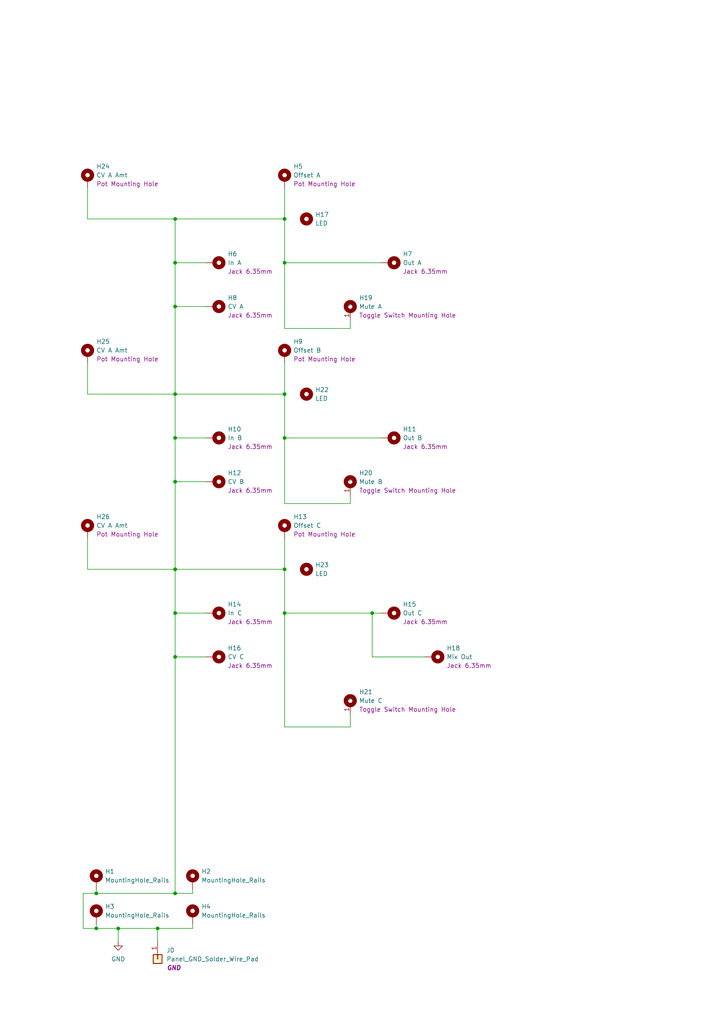
<source format=kicad_sch>
(kicad_sch (version 20250114) (generator "eeschema") (generator_version "9.0")
  (paper "A4" portrait)
  (title_block (title "Kosmo Format Front Panel - 5 cm") (company "DMH Instruments"))
  (lib_symbols
    (symbol "Mechanical:MountingHole" (pin_names (offset 1.016)) (exclude_from_sim yes) (in_bom no)
      (property "Reference" "H" (at 0 5.08 0))
      (property "Value" "MountingHole" (at 0 3.175 0))
      (symbol "MountingHole_0_1"
        (circle (center 0 0) (radius 1.27) (stroke (width 1.27)))
      )
    )
    (symbol "MountingHole_ToggleSwitch_1" (pin_names (offset 1.016)) (exclude_from_sim yes) (in_bom no)
      (property "Reference" "H" (at 0 5.08 0))
      (property "Value" "Function" (at 0 3.175 0))
      (property "Description" "Toggle Switch Mounting Hole" (at 0 0 0))
      (symbol "MountingHole_ToggleSwitch_1_0_1"
        (circle (center 0 0) (radius 1.27) (stroke (width 1.27)))
      )
      (symbol "MountingHole_ToggleSwitch_1_1_1"
        (pin input line (at 0 -3.81 90) (length 2.54) (name "1") (number "1"))
      )
    )
    (symbol "MountingHole_ToggleSwitch_2" (pin_names (offset 1.016)) (exclude_from_sim yes) (in_bom no)
      (property "Reference" "H" (at 0 5.08 0))
      (property "Value" "Function" (at 0 3.175 0))
      (property "Description" "Toggle Switch Mounting Hole" (at 0 0 0))
      (symbol "MountingHole_ToggleSwitch_2_0_1"
        (circle (center 0 0) (radius 1.27) (stroke (width 1.27)))
      )
      (symbol "MountingHole_ToggleSwitch_2_1_1"
        (pin input line (at 0 -3.81 90) (length 2.54) (name "1") (number "1"))
      )
    )
    (symbol "SynthStuff:MountingHole_Jack6.35mm_v2" (pin_numbers (hide yes)) (pin_names (offset 1.016) (hide yes)) (exclude_from_sim yes) (in_bom no)
      (property "Reference" "H" (at 0 5.08 0))
      (property "Value" "SIGNAL NAME" (at 0 3.175 0))
      (property "Description" "Jack 6.35mm" (at 0 -3.048 0))
      (symbol "MountingHole_Jack6.35mm_v2_0_1"
        (circle (center 0 0) (radius 1.27) (stroke (width 1.27)))
      )
      (symbol "MountingHole_Jack6.35mm_v2_1_1"
        (pin input line (at -3.81 0 0) (length 2.54) (name "1") (number "1"))
      )
    )
    (symbol "SynthStuff:MountingHole_Pot" (pin_numbers (hide yes)) (pin_names (offset 1.016) (hide yes)) (exclude_from_sim yes) (in_bom no)
      (property "Reference" "H" (at 0 6.35 0))
      (property "Value" "Function" (at 0 4.445 0))
      (property "Description" "Pot Mounting Hole" (at 0 0 0))
      (symbol "MountingHole_Pot_0_1"
        (circle (center 0 1.27) (radius 1.27) (stroke (width 1.27)))
      )
      (symbol "MountingHole_Pot_1_1"
        (pin input line (at 0 -2.54 90) (length 2.54) (name "1") (number "1"))
      )
    )
    (symbol "SynthStuff:MountingHole_Rails" (pin_numbers (hide yes)) (pin_names (offset 1.016) (hide yes)) (exclude_from_sim yes) (in_bom no)
      (property "Reference" "H" (at 0 6.35 0))
      (property "Value" "MountingHole_Rails" (at 0 4.445 0))
      (symbol "MountingHole_Rails_0_1"
        (circle (center 0 1.27) (radius 1.27) (stroke (width 1.27)))
      )
      (symbol "MountingHole_Rails_1_1"
        (pin input line (at 0 -2.54 90) (length 2.54) (name "1") (number "1"))
      )
    )
    (symbol "SynthStuff:MountingHole_ToggleSwitch" (pin_names (offset 1.016)) (exclude_from_sim yes) (in_bom no)
      (property "Reference" "H" (at 0 5.08 0))
      (property "Value" "Function" (at 0 3.175 0))
      (property "Description" "Toggle Switch Mounting Hole" (at 0 0 0))
      (symbol "MountingHole_ToggleSwitch_0_1"
        (circle (center 0 0) (radius 1.27) (stroke (width 1.27)))
      )
      (symbol "MountingHole_ToggleSwitch_1_1"
        (pin input line (at 0 -3.81 90) (length 2.54) (name "1") (number "1"))
      )
    )
    (symbol "SynthStuff:Panel_GND_Solder_Wire_Pad" (pin_names (offset 1.016) (hide yes)) (in_bom no)
      (property "Reference" "J" (at 0 2.54 0))
      (property "Value" "Panel_GND_Solder_Wire_Pad" (at 0 -5.08 0))
      (property "Function" "Panel GND" (at 0 -2.794 0))
      (symbol "Panel_GND_Solder_Wire_Pad_1_1"
        (rectangle (start -1.27 1.27) (end 1.27 -1.27) (stroke (width 0.254)) (fill (type background)))
        (rectangle (start -1.27 0.127) (end 0 -0.127) (stroke (width 0.1524)))
        (pin power_out line (at -5.08 0 0) (length 3.81) (name "Pin_1") (number "1"))
      )
    )
    (symbol "power:GND" (power) (pin_numbers (hide yes)) (pin_names (offset 0) (hide yes))
      (property "Value" "GND" (at 0 -3.81 0))
      (symbol "GND_0_1"
        (polyline (pts (xy 0 0) (xy 0 -1.27) (xy 1.27 -1.27) (xy 0 -2.54) (xy -1.27 -1.27) (xy 0 -1.27)))
      )
      (symbol "GND_1_1"
        (pin power_in line (at 0 0 270) (length 0) (name "~") (number "1"))
      )
    )
  )
  (junction (at 50.8 114.3))
  (junction (at 34.29 269.24))
  (junction (at 50.8 127))
  (junction (at 82.55 63.5))
  (junction (at 45.72 269.24))
  (junction (at 50.8 88.9))
  (junction (at 82.55 165.1))
  (junction (at 50.8 139.7))
  (junction (at 82.55 76.2))
  (junction (at 50.8 177.8))
  (junction (at 82.55 114.3))
  (junction (at 50.8 190.5))
  (junction (at 27.94 269.24))
  (junction (at 50.8 259.08))
  (junction (at 50.8 76.2))
  (junction (at 82.55 177.8))
  (junction (at 27.94 259.08))
  (junction (at 107.95 177.8))
  (junction (at 82.55 127))
  (junction (at 50.8 165.1))
  (junction (at 50.8 63.5))
  (wire (pts (xy 59.69 76.2) (xy 50.8 76.2)))
  (wire (pts (xy 50.8 190.5) (xy 50.8 259.08)))
  (wire (pts (xy 50.8 139.7) (xy 50.8 165.1)))
  (wire (pts (xy 59.69 127) (xy 50.8 127)))
  (wire (pts (xy 55.88 267.97) (xy 55.88 269.24)))
  (wire (pts (xy 82.55 76.2) (xy 110.49 76.2)))
  (wire (pts (xy 82.55 165.1) (xy 82.55 177.8)))
  (wire (pts (xy 101.6 210.82) (xy 101.6 207.01)))
  (wire (pts (xy 25.4 156.21) (xy 25.4 165.1)))
  (wire (pts (xy 82.55 177.8) (xy 107.95 177.8)))
  (wire (pts (xy 50.8 76.2) (xy 50.8 63.5)))
  (wire (pts (xy 27.94 259.08) (xy 50.8 259.08)))
  (wire (pts (xy 101.6 143.51) (xy 101.6 146.05)))
  (wire (pts (xy 27.94 269.24) (xy 27.94 267.97)))
  (wire (pts (xy 50.8 190.5) (xy 50.8 177.8)))
  (wire (pts (xy 24.13 269.24) (xy 27.94 269.24)))
  (wire (pts (xy 50.8 88.9) (xy 50.8 76.2)))
  (wire (pts (xy 25.4 165.1) (xy 50.8 165.1)))
  (wire (pts (xy 50.8 88.9) (xy 50.8 114.3)))
  (wire (pts (xy 59.69 139.7) (xy 50.8 139.7)))
  (wire (pts (xy 82.55 95.25) (xy 82.55 76.2)))
  (wire (pts (xy 45.72 269.24) (xy 45.72 273.05)))
  (wire (pts (xy 34.29 269.24) (xy 34.29 273.05)))
  (wire (pts (xy 50.8 63.5) (xy 82.55 63.5)))
  (wire (pts (xy 82.55 210.82) (xy 101.6 210.82)))
  (wire (pts (xy 82.55 114.3) (xy 82.55 127)))
  (wire (pts (xy 24.13 259.08) (xy 24.13 269.24)))
  (wire (pts (xy 107.95 177.8) (xy 110.49 177.8)))
  (wire (pts (xy 50.8 139.7) (xy 50.8 127)))
  (wire (pts (xy 55.88 257.81) (xy 55.88 259.08)))
  (wire (pts (xy 82.55 146.05) (xy 82.55 127)))
  (wire (pts (xy 45.72 269.24) (xy 34.29 269.24)))
  (wire (pts (xy 25.4 63.5) (xy 50.8 63.5)))
  (wire (pts (xy 27.94 259.08) (xy 24.13 259.08)))
  (wire (pts (xy 25.4 54.61) (xy 25.4 63.5)))
  (wire (pts (xy 101.6 146.05) (xy 82.55 146.05)))
  (wire (pts (xy 50.8 127) (xy 50.8 114.3)))
  (wire (pts (xy 59.69 177.8) (xy 50.8 177.8)))
  (wire (pts (xy 25.4 114.3) (xy 50.8 114.3)))
  (wire (pts (xy 27.94 259.08) (xy 27.94 257.81)))
  (wire (pts (xy 82.55 63.5) (xy 82.55 76.2)))
  (wire (pts (xy 82.55 127) (xy 110.49 127)))
  (wire (pts (xy 123.19 190.5) (xy 107.95 190.5)))
  (wire (pts (xy 82.55 54.61) (xy 82.55 63.5)))
  (wire (pts (xy 101.6 92.71) (xy 101.6 95.25)))
  (wire (pts (xy 101.6 95.25) (xy 82.55 95.25)))
  (wire (pts (xy 59.69 88.9) (xy 50.8 88.9)))
  (wire (pts (xy 50.8 177.8) (xy 50.8 165.1)))
  (wire (pts (xy 50.8 165.1) (xy 82.55 165.1)))
  (wire (pts (xy 50.8 114.3) (xy 82.55 114.3)))
  (wire (pts (xy 25.4 105.41) (xy 25.4 114.3)))
  (wire (pts (xy 55.88 269.24) (xy 45.72 269.24)))
  (wire (pts (xy 50.8 259.08) (xy 55.88 259.08)))
  (wire (pts (xy 34.29 269.24) (xy 27.94 269.24)))
  (wire (pts (xy 82.55 105.41) (xy 82.55 114.3)))
  (wire (pts (xy 82.55 156.21) (xy 82.55 165.1)))
  (wire (pts (xy 107.95 190.5) (xy 107.95 177.8)))
  (wire (pts (xy 59.69 190.5) (xy 50.8 190.5)))
  (wire (pts (xy 82.55 177.8) (xy 82.55 210.82)))
  (symbol (lib_id "SynthStuff:MountingHole_Jack6.35mm_v2") (at 114.3 177.8 0) (unit 1) (in_bom no)
    (property "Reference" "H15" (at 116.84 175.2599 0) (effects (justify left)))
    (property "Value" "Out C" (at 116.84 177.7999 0) (effects (justify left)))
    (property "Footprint" "SynthStuff:Jack_6.35mm_Cutout_Output_v6" (effects (hide yes)))
    (property "Description" "Jack 6.35mm" (at 116.84 180.3399 0) (effects (justify left)))
  )
  (symbol (lib_id "SynthStuff:MountingHole_Rails") (at 55.88 255.27 0) (unit 1) (in_bom no)
    (property "Reference" "H2" (at 58.42 252.7299 0) (effects (justify left)))
    (property "Value" "MountingHole_Rails" (at 58.42 255.2699 0) (effects (justify left)))
    (property "Footprint" "SynthStuff:MountingHole_Rails" (effects (hide yes)))
    (property "Description" "Mounting Hole with connection" (effects (hide yes)))
  )
  (symbol (lib_id "SynthStuff:MountingHole_Jack6.35mm_v2") (at 63.5 88.9 0) (unit 1) (in_bom no)
    (property "Reference" "H8" (at 66.04 86.3599 0) (effects (justify left)))
    (property "Value" "CV A" (at 66.04 88.8999 0) (effects (justify left)))
    (property "Footprint" "SynthStuff:Jack_6.35mm_Cutout_v3" (effects (hide yes)))
    (property "Description" "Jack 6.35mm" (at 66.04 91.4399 0) (effects (justify left)))
  )
  (symbol (lib_id "Mechanical:MountingHole") (at 88.9 114.3 0) (unit 1) (in_bom no)
    (property "Reference" "H22" (at 91.44 113.0299 0) (effects (justify left)))
    (property "Value" "LED" (at 91.44 115.5699 0) (effects (justify left)))
    (property "Footprint" "SynthStuff:MountingHole_LED_3mm" (effects (hide yes)))
    (property "Description" "Mounting Hole without connection" (effects (hide yes)))
  )
  (symbol (lib_id "SynthStuff:MountingHole_Pot") (at 25.4 52.07 0) (unit 1) (in_bom no)
    (property "Reference" "H24" (at 27.94 48.2599 0) (effects (justify left)))
    (property "Value" "CV A Amt" (at 27.94 50.7999 0) (effects (justify left)))
    (property "Footprint" "SynthStuff:Pot_Cutout_Tiny_attv_P110KH1" (effects (hide yes)))
    (property "Description" "Pot Mounting Hole" (at 27.94 53.3399 0) (effects (justify left)))
  )
  (symbol (lib_id "SynthStuff:MountingHole_Pot") (at 25.4 102.87 0) (unit 1) (in_bom no)
    (property "Reference" "H25" (at 27.94 99.0599 0) (effects (justify left)))
    (property "Value" "CV A Amt" (at 27.94 101.5999 0) (effects (justify left)))
    (property "Footprint" "SynthStuff:Pot_Cutout_Tiny_attv_P110KH1" (effects (hide yes)))
    (property "Description" "Pot Mounting Hole" (at 27.94 104.1399 0) (effects (justify left)))
  )
  (symbol (lib_id "SynthStuff:MountingHole_Jack6.35mm_v2") (at 63.5 139.7 0) (unit 1) (in_bom no)
    (property "Reference" "H12" (at 66.04 137.1599 0) (effects (justify left)))
    (property "Value" "CV B" (at 66.04 139.6999 0) (effects (justify left)))
    (property "Footprint" "SynthStuff:Jack_6.35mm_Cutout_v3" (effects (hide yes)))
    (property "Description" "Jack 6.35mm" (at 66.04 142.2399 0) (effects (justify left)))
  )
  (symbol (lib_name "MountingHole_ToggleSwitch_2") (lib_id "SynthStuff:MountingHole_ToggleSwitch") (at 101.6 139.7 0) (unit 1) (in_bom no)
    (property "Reference" "H20" (at 104.14 137.1599 0) (effects (justify left)))
    (property "Value" "Mute B" (at 104.14 139.6999 0) (effects (justify left)))
    (property "Footprint" "SynthStuff:Toggle_Switch_TE_Cutout" (effects (hide yes)))
    (property "Description" "Toggle Switch Mounting Hole" (at 104.14 142.2399 0) (effects (justify left)))
  )
  (symbol (lib_id "power:GND") (at 34.29 273.05 0) (unit 1)
    (property "Reference" "#PWR01" (effects (hide yes)))
    (property "Value" "GND" (at 34.29 278.13 0))
    (property "Description" "Power symbol creates a global label with name \"GND\" , ground" (effects (hide yes)))
  )
  (symbol (lib_name "MountingHole_ToggleSwitch_1") (lib_id "SynthStuff:MountingHole_ToggleSwitch") (at 101.6 203.2 0) (unit 1) (in_bom no)
    (property "Reference" "H21" (at 104.14 200.6599 0) (effects (justify left)))
    (property "Value" "Mute C" (at 104.14 203.1999 0) (effects (justify left)))
    (property "Footprint" "SynthStuff:Toggle_Switch_TE_Cutout" (effects (hide yes)))
    (property "Description" "Toggle Switch Mounting Hole" (at 104.14 205.7399 0) (effects (justify left)))
  )
  (symbol (lib_id "SynthStuff:MountingHole_Jack6.35mm_v2") (at 114.3 127 0) (unit 1) (in_bom no)
    (property "Reference" "H11" (at 116.84 124.4599 0) (effects (justify left)))
    (property "Value" "Out B" (at 116.84 126.9999 0) (effects (justify left)))
    (property "Footprint" "SynthStuff:Jack_6.35mm_Cutout_Output_v6" (effects (hide yes)))
    (property "Description" "Jack 6.35mm" (at 116.84 129.5399 0) (effects (justify left)))
  )
  (symbol (lib_id "SynthStuff:MountingHole_Jack6.35mm_v2") (at 114.3 76.2 0) (unit 1) (in_bom no)
    (property "Reference" "H7" (at 116.84 73.6599 0) (effects (justify left)))
    (property "Value" "Out A" (at 116.84 76.1999 0) (effects (justify left)))
    (property "Footprint" "SynthStuff:Jack_6.35mm_Cutout_Output_v6" (effects (hide yes)))
    (property "Description" "Jack 6.35mm" (at 116.84 78.7399 0) (effects (justify left)))
  )
  (symbol (lib_id "SynthStuff:MountingHole_Jack6.35mm_v2") (at 63.5 177.8 0) (unit 1) (in_bom no)
    (property "Reference" "H14" (at 66.04 175.2599 0) (effects (justify left)))
    (property "Value" "In C" (at 66.04 177.7999 0) (effects (justify left)))
    (property "Footprint" "SynthStuff:Jack_6.35mm_Cutout_v3" (effects (hide yes)))
    (property "Description" "Jack 6.35mm" (at 66.04 180.3399 0) (effects (justify left)))
  )
  (symbol (lib_id "SynthStuff:MountingHole_Pot") (at 25.4 153.67 0) (unit 1) (in_bom no)
    (property "Reference" "H26" (at 27.94 149.8599 0) (effects (justify left)))
    (property "Value" "CV A Amt" (at 27.94 152.3999 0) (effects (justify left)))
    (property "Footprint" "SynthStuff:Pot_Cutout_Tiny_attv_P110KH1" (effects (hide yes)))
    (property "Description" "Pot Mounting Hole" (at 27.94 154.9399 0) (effects (justify left)))
  )
  (symbol (lib_id "Mechanical:MountingHole") (at 88.9 63.5 0) (unit 1) (in_bom no)
    (property "Reference" "H17" (at 91.44 62.2299 0) (effects (justify left)))
    (property "Value" "LED" (at 91.44 64.7699 0) (effects (justify left)))
    (property "Footprint" "SynthStuff:MountingHole_LED_3mm" (effects (hide yes)))
    (property "Description" "Mounting Hole without connection" (effects (hide yes)))
  )
  (symbol (lib_id "SynthStuff:MountingHole_Rails") (at 27.94 265.43 0) (unit 1) (in_bom no)
    (property "Reference" "H3" (at 30.48 262.8899 0) (effects (justify left)))
    (property "Value" "MountingHole_Rails" (at 30.48 265.4299 0) (effects (justify left)))
    (property "Footprint" "SynthStuff:MountingHole_Rails" (effects (hide yes)))
    (property "Description" "Mounting Hole with connection" (effects (hide yes)))
  )
  (symbol (lib_id "SynthStuff:MountingHole_Jack6.35mm_v2") (at 63.5 190.5 0) (unit 1) (in_bom no)
    (property "Reference" "H16" (at 66.04 187.9599 0) (effects (justify left)))
    (property "Value" "CV C" (at 66.04 190.4999 0) (effects (justify left)))
    (property "Footprint" "SynthStuff:Jack_6.35mm_Cutout_v3" (effects (hide yes)))
    (property "Description" "Jack 6.35mm" (at 66.04 193.0399 0) (effects (justify left)))
  )
  (symbol (lib_id "SynthStuff:MountingHole_Pot") (at 82.55 153.67 0) (unit 1) (in_bom no)
    (property "Reference" "H13" (at 85.09 149.8599 0) (effects (justify left)))
    (property "Value" "Offset C" (at 85.09 152.3999 0) (effects (justify left)))
    (property "Footprint" "SynthStuff:Pot_Cutout_Tiny" (effects (hide yes)))
    (property "Description" "Pot Mounting Hole" (at 85.09 154.9399 0) (effects (justify left)))
  )
  (symbol (lib_id "Mechanical:MountingHole") (at 88.9 165.1 0) (unit 1) (in_bom no)
    (property "Reference" "H23" (at 91.44 163.8299 0) (effects (justify left)))
    (property "Value" "LED" (at 91.44 166.3699 0) (effects (justify left)))
    (property "Footprint" "SynthStuff:MountingHole_LED_3mm" (effects (hide yes)))
    (property "Description" "Mounting Hole without connection" (effects (hide yes)))
  )
  (symbol (lib_id "SynthStuff:MountingHole_Jack6.35mm_v2") (at 63.5 76.2 0) (unit 1) (in_bom no)
    (property "Reference" "H6" (at 66.04 73.6599 0) (effects (justify left)))
    (property "Value" "In A" (at 66.04 76.1999 0) (effects (justify left)))
    (property "Footprint" "SynthStuff:Jack_6.35mm_Cutout_v3" (effects (hide yes)))
    (property "Description" "Jack 6.35mm" (at 66.04 78.7399 0) (effects (justify left)))
  )
  (symbol (lib_id "SynthStuff:MountingHole_Jack6.35mm_v2") (at 127 190.5 0) (unit 1) (in_bom no)
    (property "Reference" "H18" (at 129.54 187.9599 0) (effects (justify left)))
    (property "Value" "Mix Out" (at 129.54 190.4999 0) (effects (justify left)))
    (property "Footprint" "SynthStuff:Jack_6.35mm_Cutout_Output_v6" (effects (hide yes)))
    (property "Description" "Jack 6.35mm" (at 129.54 193.0399 0) (effects (justify left)))
  )
  (symbol (lib_id "SynthStuff:MountingHole_Pot") (at 82.55 102.87 0) (unit 1) (in_bom no)
    (property "Reference" "H9" (at 85.09 99.0599 0) (effects (justify left)))
    (property "Value" "Offset B" (at 85.09 101.5999 0) (effects (justify left)))
    (property "Footprint" "SynthStuff:Pot_Cutout_Tiny" (effects (hide yes)))
    (property "Description" "Pot Mounting Hole" (at 85.09 104.1399 0) (effects (justify left)))
  )
  (symbol (lib_id "SynthStuff:MountingHole_ToggleSwitch") (at 101.6 88.9 0) (unit 1) (in_bom no)
    (property "Reference" "H19" (at 104.14 86.3599 0) (effects (justify left)))
    (property "Value" "Mute A" (at 104.14 88.8999 0) (effects (justify left)))
    (property "Footprint" "SynthStuff:Toggle_Switch_TE_Cutout" (effects (hide yes)))
    (property "Description" "Toggle Switch Mounting Hole" (at 104.14 91.4399 0) (effects (justify left)))
  )
  (symbol (lib_id "SynthStuff:MountingHole_Rails") (at 55.88 265.43 0) (unit 1) (in_bom no)
    (property "Reference" "H4" (at 58.42 262.8899 0) (effects (justify left)))
    (property "Value" "MountingHole_Rails" (at 58.42 265.4299 0) (effects (justify left)))
    (property "Footprint" "SynthStuff:MountingHole_Rails" (effects (hide yes)))
    (property "Description" "Mounting Hole with connection" (effects (hide yes)))
  )
  (symbol (lib_id "SynthStuff:Panel_GND_Solder_Wire_Pad") (at 45.72 278.13 270) (unit 1) (in_bom no)
    (property "Reference" "J0" (at 48.26 275.5899 90) (effects (justify left)))
    (property "Value" "Panel_GND_Solder_Wire_Pad" (at 48.26 278.1299 90) (effects (justify left)))
    (property "Footprint" "SynthStuff:Panel_GND_SolderWirePad_5x10mm" (effects (hide yes)))
    (property "Description" "Solder pad to allow connection between PCB and Front Panel" (effects (hide yes)))
    (property "Function" "GND" (at 48.26 280.67 90) (effects (font (thickness 0.254) (bold yes) (italic yes)) (justify left)))
  )
  (symbol (lib_id "SynthStuff:MountingHole_Pot") (at 82.55 52.07 0) (unit 1) (in_bom no)
    (property "Reference" "H5" (at 85.09 48.2599 0) (effects (justify left)))
    (property "Value" "Offset A" (at 85.09 50.7999 0) (effects (justify left)))
    (property "Footprint" "SynthStuff:Pot_Cutout_Tiny" (effects (hide yes)))
    (property "Description" "Pot Mounting Hole" (at 85.09 53.3399 0) (effects (justify left)))
  )
  (symbol (lib_id "SynthStuff:MountingHole_Rails") (at 27.94 255.27 0) (unit 1) (in_bom no)
    (property "Reference" "H1" (at 30.48 252.7299 0) (effects (justify left)))
    (property "Value" "MountingHole_Rails" (at 30.48 255.2699 0) (effects (justify left)))
    (property "Footprint" "SynthStuff:MountingHole_Rails" (effects (hide yes)))
    (property "Description" "Mounting Hole with connection" (effects (hide yes)))
  )
  (symbol (lib_id "SynthStuff:MountingHole_Jack6.35mm_v2") (at 63.5 127 0) (unit 1) (in_bom no)
    (property "Reference" "H10" (at 66.04 124.4599 0) (effects (justify left)))
    (property "Value" "In B" (at 66.04 126.9999 0) (effects (justify left)))
    (property "Footprint" "SynthStuff:Jack_6.35mm_Cutout_v3" (effects (hide yes)))
    (property "Description" "Jack 6.35mm" (at 66.04 129.5399 0) (effects (justify left)))
  )
)
</source>
